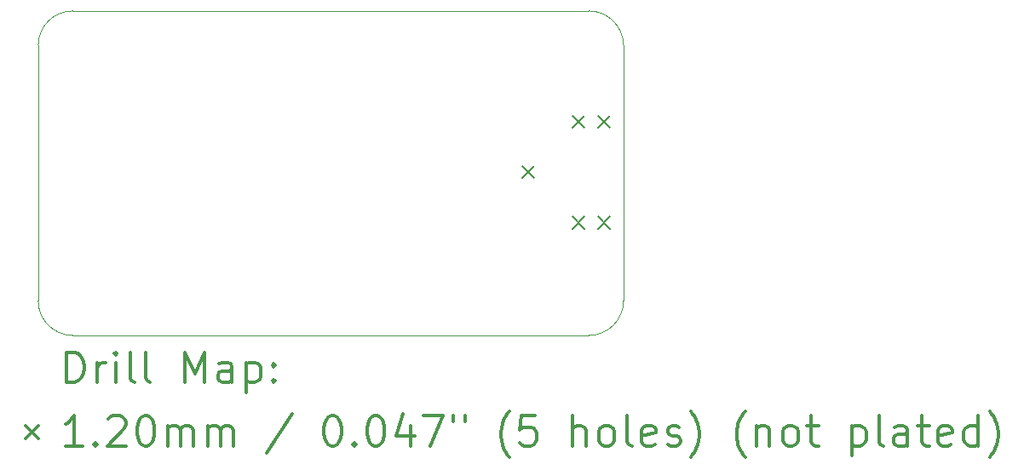
<source format=gbr>
%FSLAX45Y45*%
G04 Gerber Fmt 4.5, Leading zero omitted, Abs format (unit mm)*
G04 Created by KiCad (PCBNEW (5.1.6-0-10_14)) date 2021-10-17 11:27:43*
%MOMM*%
%LPD*%
G01*
G04 APERTURE LIST*
%TA.AperFunction,Profile*%
%ADD10C,0.050000*%
%TD*%
%ADD11C,0.200000*%
%ADD12C,0.300000*%
G04 APERTURE END LIST*
D10*
X11379200Y-8915400D02*
X16510000Y-8915400D01*
X11036300Y-11798300D02*
X11036300Y-9258300D01*
X16510000Y-12141200D02*
X11379200Y-12141200D01*
X16852900Y-9258300D02*
X16852900Y-11798300D01*
X16510000Y-8915400D02*
G75*
G02*
X16852900Y-9258300I0J-342900D01*
G01*
X11036300Y-9258300D02*
G75*
G02*
X11379200Y-8915400I342900J0D01*
G01*
X11379200Y-12141200D02*
G75*
G02*
X11036300Y-11798300I0J342900D01*
G01*
X16852900Y-11798300D02*
G75*
G02*
X16510000Y-12141200I-342900J0D01*
G01*
D11*
X15848400Y-10460300D02*
X15968400Y-10580300D01*
X15968400Y-10460300D02*
X15848400Y-10580300D01*
X16348400Y-9960300D02*
X16468400Y-10080300D01*
X16468400Y-9960300D02*
X16348400Y-10080300D01*
X16348400Y-10960300D02*
X16468400Y-11080300D01*
X16468400Y-10960300D02*
X16348400Y-11080300D01*
X16598400Y-9960300D02*
X16718400Y-10080300D01*
X16718400Y-9960300D02*
X16598400Y-10080300D01*
X16598400Y-10960300D02*
X16718400Y-11080300D01*
X16718400Y-10960300D02*
X16598400Y-11080300D01*
D12*
X11320228Y-12609414D02*
X11320228Y-12309414D01*
X11391657Y-12309414D01*
X11434514Y-12323700D01*
X11463086Y-12352271D01*
X11477371Y-12380843D01*
X11491657Y-12437986D01*
X11491657Y-12480843D01*
X11477371Y-12537986D01*
X11463086Y-12566557D01*
X11434514Y-12595129D01*
X11391657Y-12609414D01*
X11320228Y-12609414D01*
X11620228Y-12609414D02*
X11620228Y-12409414D01*
X11620228Y-12466557D02*
X11634514Y-12437986D01*
X11648800Y-12423700D01*
X11677371Y-12409414D01*
X11705943Y-12409414D01*
X11805943Y-12609414D02*
X11805943Y-12409414D01*
X11805943Y-12309414D02*
X11791657Y-12323700D01*
X11805943Y-12337986D01*
X11820228Y-12323700D01*
X11805943Y-12309414D01*
X11805943Y-12337986D01*
X11991657Y-12609414D02*
X11963086Y-12595129D01*
X11948800Y-12566557D01*
X11948800Y-12309414D01*
X12148800Y-12609414D02*
X12120228Y-12595129D01*
X12105943Y-12566557D01*
X12105943Y-12309414D01*
X12491657Y-12609414D02*
X12491657Y-12309414D01*
X12591657Y-12523700D01*
X12691657Y-12309414D01*
X12691657Y-12609414D01*
X12963086Y-12609414D02*
X12963086Y-12452271D01*
X12948800Y-12423700D01*
X12920228Y-12409414D01*
X12863086Y-12409414D01*
X12834514Y-12423700D01*
X12963086Y-12595129D02*
X12934514Y-12609414D01*
X12863086Y-12609414D01*
X12834514Y-12595129D01*
X12820228Y-12566557D01*
X12820228Y-12537986D01*
X12834514Y-12509414D01*
X12863086Y-12495129D01*
X12934514Y-12495129D01*
X12963086Y-12480843D01*
X13105943Y-12409414D02*
X13105943Y-12709414D01*
X13105943Y-12423700D02*
X13134514Y-12409414D01*
X13191657Y-12409414D01*
X13220228Y-12423700D01*
X13234514Y-12437986D01*
X13248800Y-12466557D01*
X13248800Y-12552271D01*
X13234514Y-12580843D01*
X13220228Y-12595129D01*
X13191657Y-12609414D01*
X13134514Y-12609414D01*
X13105943Y-12595129D01*
X13377371Y-12580843D02*
X13391657Y-12595129D01*
X13377371Y-12609414D01*
X13363086Y-12595129D01*
X13377371Y-12580843D01*
X13377371Y-12609414D01*
X13377371Y-12423700D02*
X13391657Y-12437986D01*
X13377371Y-12452271D01*
X13363086Y-12437986D01*
X13377371Y-12423700D01*
X13377371Y-12452271D01*
X10913800Y-13043700D02*
X11033800Y-13163700D01*
X11033800Y-13043700D02*
X10913800Y-13163700D01*
X11477371Y-13239414D02*
X11305943Y-13239414D01*
X11391657Y-13239414D02*
X11391657Y-12939414D01*
X11363086Y-12982271D01*
X11334514Y-13010843D01*
X11305943Y-13025129D01*
X11605943Y-13210843D02*
X11620228Y-13225129D01*
X11605943Y-13239414D01*
X11591657Y-13225129D01*
X11605943Y-13210843D01*
X11605943Y-13239414D01*
X11734514Y-12967986D02*
X11748800Y-12953700D01*
X11777371Y-12939414D01*
X11848800Y-12939414D01*
X11877371Y-12953700D01*
X11891657Y-12967986D01*
X11905943Y-12996557D01*
X11905943Y-13025129D01*
X11891657Y-13067986D01*
X11720228Y-13239414D01*
X11905943Y-13239414D01*
X12091657Y-12939414D02*
X12120228Y-12939414D01*
X12148800Y-12953700D01*
X12163086Y-12967986D01*
X12177371Y-12996557D01*
X12191657Y-13053700D01*
X12191657Y-13125129D01*
X12177371Y-13182271D01*
X12163086Y-13210843D01*
X12148800Y-13225129D01*
X12120228Y-13239414D01*
X12091657Y-13239414D01*
X12063086Y-13225129D01*
X12048800Y-13210843D01*
X12034514Y-13182271D01*
X12020228Y-13125129D01*
X12020228Y-13053700D01*
X12034514Y-12996557D01*
X12048800Y-12967986D01*
X12063086Y-12953700D01*
X12091657Y-12939414D01*
X12320228Y-13239414D02*
X12320228Y-13039414D01*
X12320228Y-13067986D02*
X12334514Y-13053700D01*
X12363086Y-13039414D01*
X12405943Y-13039414D01*
X12434514Y-13053700D01*
X12448800Y-13082271D01*
X12448800Y-13239414D01*
X12448800Y-13082271D02*
X12463086Y-13053700D01*
X12491657Y-13039414D01*
X12534514Y-13039414D01*
X12563086Y-13053700D01*
X12577371Y-13082271D01*
X12577371Y-13239414D01*
X12720228Y-13239414D02*
X12720228Y-13039414D01*
X12720228Y-13067986D02*
X12734514Y-13053700D01*
X12763086Y-13039414D01*
X12805943Y-13039414D01*
X12834514Y-13053700D01*
X12848800Y-13082271D01*
X12848800Y-13239414D01*
X12848800Y-13082271D02*
X12863086Y-13053700D01*
X12891657Y-13039414D01*
X12934514Y-13039414D01*
X12963086Y-13053700D01*
X12977371Y-13082271D01*
X12977371Y-13239414D01*
X13563086Y-12925129D02*
X13305943Y-13310843D01*
X13948800Y-12939414D02*
X13977371Y-12939414D01*
X14005943Y-12953700D01*
X14020228Y-12967986D01*
X14034514Y-12996557D01*
X14048800Y-13053700D01*
X14048800Y-13125129D01*
X14034514Y-13182271D01*
X14020228Y-13210843D01*
X14005943Y-13225129D01*
X13977371Y-13239414D01*
X13948800Y-13239414D01*
X13920228Y-13225129D01*
X13905943Y-13210843D01*
X13891657Y-13182271D01*
X13877371Y-13125129D01*
X13877371Y-13053700D01*
X13891657Y-12996557D01*
X13905943Y-12967986D01*
X13920228Y-12953700D01*
X13948800Y-12939414D01*
X14177371Y-13210843D02*
X14191657Y-13225129D01*
X14177371Y-13239414D01*
X14163086Y-13225129D01*
X14177371Y-13210843D01*
X14177371Y-13239414D01*
X14377371Y-12939414D02*
X14405943Y-12939414D01*
X14434514Y-12953700D01*
X14448800Y-12967986D01*
X14463086Y-12996557D01*
X14477371Y-13053700D01*
X14477371Y-13125129D01*
X14463086Y-13182271D01*
X14448800Y-13210843D01*
X14434514Y-13225129D01*
X14405943Y-13239414D01*
X14377371Y-13239414D01*
X14348800Y-13225129D01*
X14334514Y-13210843D01*
X14320228Y-13182271D01*
X14305943Y-13125129D01*
X14305943Y-13053700D01*
X14320228Y-12996557D01*
X14334514Y-12967986D01*
X14348800Y-12953700D01*
X14377371Y-12939414D01*
X14734514Y-13039414D02*
X14734514Y-13239414D01*
X14663086Y-12925129D02*
X14591657Y-13139414D01*
X14777371Y-13139414D01*
X14863086Y-12939414D02*
X15063086Y-12939414D01*
X14934514Y-13239414D01*
X15163086Y-12939414D02*
X15163086Y-12996557D01*
X15277371Y-12939414D02*
X15277371Y-12996557D01*
X15720228Y-13353700D02*
X15705943Y-13339414D01*
X15677371Y-13296557D01*
X15663086Y-13267986D01*
X15648800Y-13225129D01*
X15634514Y-13153700D01*
X15634514Y-13096557D01*
X15648800Y-13025129D01*
X15663086Y-12982271D01*
X15677371Y-12953700D01*
X15705943Y-12910843D01*
X15720228Y-12896557D01*
X15977371Y-12939414D02*
X15834514Y-12939414D01*
X15820228Y-13082271D01*
X15834514Y-13067986D01*
X15863086Y-13053700D01*
X15934514Y-13053700D01*
X15963086Y-13067986D01*
X15977371Y-13082271D01*
X15991657Y-13110843D01*
X15991657Y-13182271D01*
X15977371Y-13210843D01*
X15963086Y-13225129D01*
X15934514Y-13239414D01*
X15863086Y-13239414D01*
X15834514Y-13225129D01*
X15820228Y-13210843D01*
X16348800Y-13239414D02*
X16348800Y-12939414D01*
X16477371Y-13239414D02*
X16477371Y-13082271D01*
X16463086Y-13053700D01*
X16434514Y-13039414D01*
X16391657Y-13039414D01*
X16363086Y-13053700D01*
X16348800Y-13067986D01*
X16663086Y-13239414D02*
X16634514Y-13225129D01*
X16620228Y-13210843D01*
X16605943Y-13182271D01*
X16605943Y-13096557D01*
X16620228Y-13067986D01*
X16634514Y-13053700D01*
X16663086Y-13039414D01*
X16705943Y-13039414D01*
X16734514Y-13053700D01*
X16748800Y-13067986D01*
X16763086Y-13096557D01*
X16763086Y-13182271D01*
X16748800Y-13210843D01*
X16734514Y-13225129D01*
X16705943Y-13239414D01*
X16663086Y-13239414D01*
X16934514Y-13239414D02*
X16905943Y-13225129D01*
X16891657Y-13196557D01*
X16891657Y-12939414D01*
X17163086Y-13225129D02*
X17134514Y-13239414D01*
X17077371Y-13239414D01*
X17048800Y-13225129D01*
X17034514Y-13196557D01*
X17034514Y-13082271D01*
X17048800Y-13053700D01*
X17077371Y-13039414D01*
X17134514Y-13039414D01*
X17163086Y-13053700D01*
X17177371Y-13082271D01*
X17177371Y-13110843D01*
X17034514Y-13139414D01*
X17291657Y-13225129D02*
X17320228Y-13239414D01*
X17377371Y-13239414D01*
X17405943Y-13225129D01*
X17420228Y-13196557D01*
X17420228Y-13182271D01*
X17405943Y-13153700D01*
X17377371Y-13139414D01*
X17334514Y-13139414D01*
X17305943Y-13125129D01*
X17291657Y-13096557D01*
X17291657Y-13082271D01*
X17305943Y-13053700D01*
X17334514Y-13039414D01*
X17377371Y-13039414D01*
X17405943Y-13053700D01*
X17520228Y-13353700D02*
X17534514Y-13339414D01*
X17563086Y-13296557D01*
X17577371Y-13267986D01*
X17591657Y-13225129D01*
X17605943Y-13153700D01*
X17605943Y-13096557D01*
X17591657Y-13025129D01*
X17577371Y-12982271D01*
X17563086Y-12953700D01*
X17534514Y-12910843D01*
X17520228Y-12896557D01*
X18063086Y-13353700D02*
X18048800Y-13339414D01*
X18020228Y-13296557D01*
X18005943Y-13267986D01*
X17991657Y-13225129D01*
X17977371Y-13153700D01*
X17977371Y-13096557D01*
X17991657Y-13025129D01*
X18005943Y-12982271D01*
X18020228Y-12953700D01*
X18048800Y-12910843D01*
X18063086Y-12896557D01*
X18177371Y-13039414D02*
X18177371Y-13239414D01*
X18177371Y-13067986D02*
X18191657Y-13053700D01*
X18220228Y-13039414D01*
X18263086Y-13039414D01*
X18291657Y-13053700D01*
X18305943Y-13082271D01*
X18305943Y-13239414D01*
X18491657Y-13239414D02*
X18463086Y-13225129D01*
X18448800Y-13210843D01*
X18434514Y-13182271D01*
X18434514Y-13096557D01*
X18448800Y-13067986D01*
X18463086Y-13053700D01*
X18491657Y-13039414D01*
X18534514Y-13039414D01*
X18563086Y-13053700D01*
X18577371Y-13067986D01*
X18591657Y-13096557D01*
X18591657Y-13182271D01*
X18577371Y-13210843D01*
X18563086Y-13225129D01*
X18534514Y-13239414D01*
X18491657Y-13239414D01*
X18677371Y-13039414D02*
X18791657Y-13039414D01*
X18720228Y-12939414D02*
X18720228Y-13196557D01*
X18734514Y-13225129D01*
X18763086Y-13239414D01*
X18791657Y-13239414D01*
X19120228Y-13039414D02*
X19120228Y-13339414D01*
X19120228Y-13053700D02*
X19148800Y-13039414D01*
X19205943Y-13039414D01*
X19234514Y-13053700D01*
X19248800Y-13067986D01*
X19263086Y-13096557D01*
X19263086Y-13182271D01*
X19248800Y-13210843D01*
X19234514Y-13225129D01*
X19205943Y-13239414D01*
X19148800Y-13239414D01*
X19120228Y-13225129D01*
X19434514Y-13239414D02*
X19405943Y-13225129D01*
X19391657Y-13196557D01*
X19391657Y-12939414D01*
X19677371Y-13239414D02*
X19677371Y-13082271D01*
X19663086Y-13053700D01*
X19634514Y-13039414D01*
X19577371Y-13039414D01*
X19548800Y-13053700D01*
X19677371Y-13225129D02*
X19648800Y-13239414D01*
X19577371Y-13239414D01*
X19548800Y-13225129D01*
X19534514Y-13196557D01*
X19534514Y-13167986D01*
X19548800Y-13139414D01*
X19577371Y-13125129D01*
X19648800Y-13125129D01*
X19677371Y-13110843D01*
X19777371Y-13039414D02*
X19891657Y-13039414D01*
X19820228Y-12939414D02*
X19820228Y-13196557D01*
X19834514Y-13225129D01*
X19863086Y-13239414D01*
X19891657Y-13239414D01*
X20105943Y-13225129D02*
X20077371Y-13239414D01*
X20020228Y-13239414D01*
X19991657Y-13225129D01*
X19977371Y-13196557D01*
X19977371Y-13082271D01*
X19991657Y-13053700D01*
X20020228Y-13039414D01*
X20077371Y-13039414D01*
X20105943Y-13053700D01*
X20120228Y-13082271D01*
X20120228Y-13110843D01*
X19977371Y-13139414D01*
X20377371Y-13239414D02*
X20377371Y-12939414D01*
X20377371Y-13225129D02*
X20348800Y-13239414D01*
X20291657Y-13239414D01*
X20263086Y-13225129D01*
X20248800Y-13210843D01*
X20234514Y-13182271D01*
X20234514Y-13096557D01*
X20248800Y-13067986D01*
X20263086Y-13053700D01*
X20291657Y-13039414D01*
X20348800Y-13039414D01*
X20377371Y-13053700D01*
X20491657Y-13353700D02*
X20505943Y-13339414D01*
X20534514Y-13296557D01*
X20548800Y-13267986D01*
X20563086Y-13225129D01*
X20577371Y-13153700D01*
X20577371Y-13096557D01*
X20563086Y-13025129D01*
X20548800Y-12982271D01*
X20534514Y-12953700D01*
X20505943Y-12910843D01*
X20491657Y-12896557D01*
M02*

</source>
